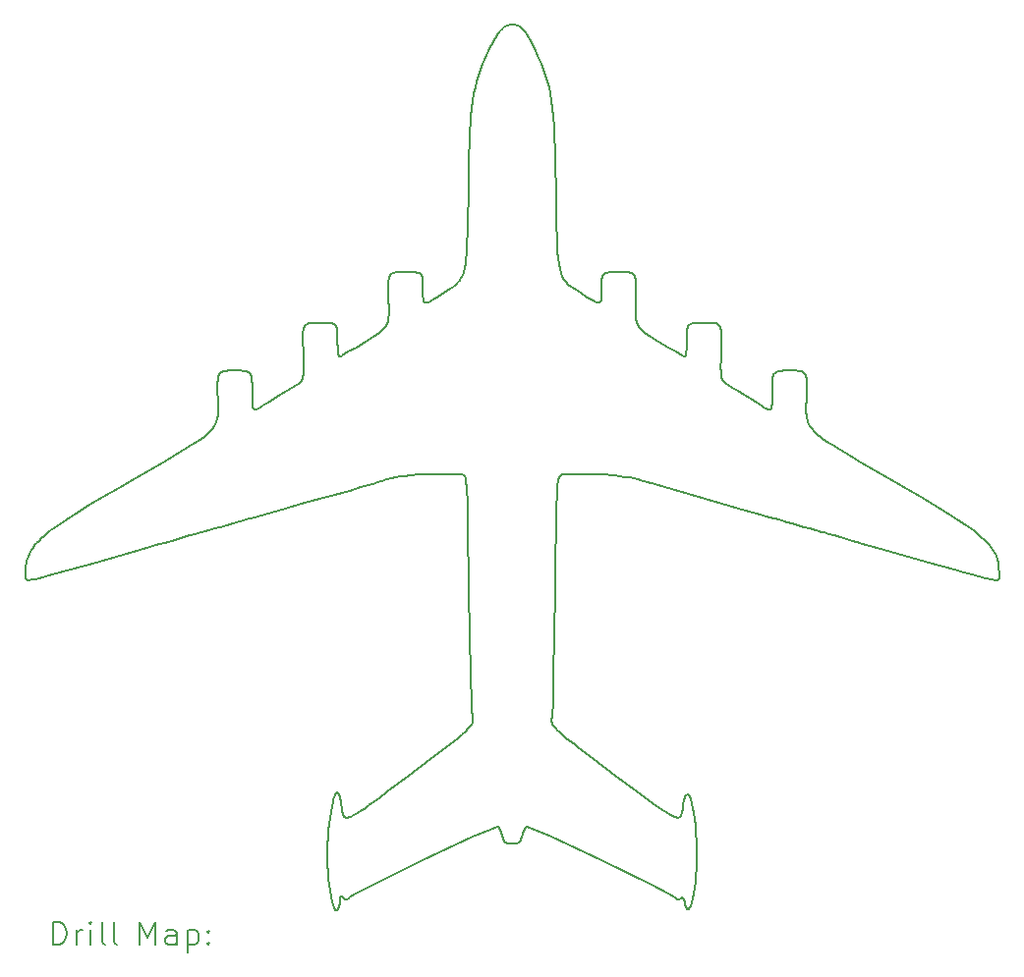
<source format=gbr>
%FSLAX45Y45*%
G04 Gerber Fmt 4.5, Leading zero omitted, Abs format (unit mm)*
G04 Created by KiCad (PCBNEW (6.99.0-2103-gdc6c27b686)) date 2022-07-02 21:52:15*
%MOMM*%
%LPD*%
G01*
G04 APERTURE LIST*
%TA.AperFunction,Profile*%
%ADD10C,0.150000*%
%TD*%
%ADD11C,0.200000*%
G04 APERTURE END LIST*
D10*
X12002557Y-4592215D02*
X12015200Y-4594929D01*
X12027853Y-4599452D01*
X12040521Y-4605784D01*
X12053208Y-4613925D01*
X12065918Y-4623876D01*
X12078658Y-4635636D01*
X12091431Y-4649204D01*
X12104242Y-4664583D01*
X12117097Y-4681770D01*
X12130000Y-4700767D01*
X12142956Y-4721572D01*
X12155969Y-4744187D01*
X12169044Y-4768612D01*
X12182187Y-4794845D01*
X12195402Y-4822888D01*
X12220220Y-4878251D01*
X12242343Y-4930613D01*
X12261947Y-4981224D01*
X12279206Y-5031330D01*
X12294296Y-5082182D01*
X12307391Y-5135028D01*
X12318668Y-5191116D01*
X12328300Y-5251695D01*
X12336464Y-5318015D01*
X12343334Y-5391322D01*
X12349085Y-5472867D01*
X12353892Y-5563898D01*
X12357931Y-5665663D01*
X12361377Y-5779411D01*
X12367189Y-6047852D01*
X12371941Y-6290027D01*
X12377615Y-6473359D01*
X12381478Y-6546046D01*
X12386388Y-6607728D01*
X12392617Y-6659639D01*
X12400437Y-6703014D01*
X12410119Y-6739088D01*
X12421937Y-6769096D01*
X12436161Y-6794273D01*
X12453064Y-6815854D01*
X12472919Y-6835074D01*
X12495997Y-6853168D01*
X12552910Y-6890917D01*
X12623832Y-6936176D01*
X12652230Y-6953891D01*
X12676378Y-6968275D01*
X12696620Y-6979286D01*
X12713299Y-6986883D01*
X12720410Y-6989388D01*
X12726759Y-6991024D01*
X12732388Y-6991785D01*
X12737342Y-6991667D01*
X12741663Y-6990664D01*
X12745394Y-6988770D01*
X12748578Y-6985982D01*
X12751258Y-6982294D01*
X12753476Y-6977700D01*
X12755276Y-6972195D01*
X12756701Y-6965774D01*
X12757794Y-6958432D01*
X12759153Y-6940964D01*
X12759699Y-6919749D01*
X12759724Y-6865913D01*
X12760019Y-6820403D01*
X12760722Y-6801991D01*
X12762090Y-6786204D01*
X12763093Y-6779232D01*
X12764346Y-6772840D01*
X12765876Y-6767004D01*
X12767711Y-6761698D01*
X12769878Y-6756897D01*
X12772407Y-6752576D01*
X12775323Y-6748709D01*
X12778656Y-6745272D01*
X12782432Y-6742238D01*
X12786680Y-6739583D01*
X12791427Y-6737282D01*
X12796700Y-6735308D01*
X12802529Y-6733638D01*
X12808940Y-6732245D01*
X12815961Y-6731105D01*
X12823619Y-6730192D01*
X12840961Y-6728946D01*
X12861188Y-6728307D01*
X12911180Y-6728037D01*
X12937839Y-6728095D01*
X12961158Y-6728501D01*
X12981348Y-6729601D01*
X12990335Y-6730520D01*
X12998619Y-6731743D01*
X13006226Y-6733314D01*
X13013182Y-6735276D01*
X13019514Y-6737671D01*
X13025247Y-6740545D01*
X13030409Y-6743940D01*
X13035025Y-6747899D01*
X13039122Y-6752466D01*
X13042726Y-6757685D01*
X13045863Y-6763599D01*
X13048559Y-6770251D01*
X13050842Y-6777684D01*
X13052737Y-6785943D01*
X13054270Y-6795070D01*
X13055469Y-6805110D01*
X13056358Y-6816105D01*
X13056965Y-6828098D01*
X13057435Y-6855256D01*
X13057091Y-6886930D01*
X13054800Y-6965219D01*
X13052614Y-7043751D01*
X13052518Y-7076004D01*
X13053472Y-7104289D01*
X13055765Y-7129135D01*
X13057503Y-7140434D01*
X13059685Y-7151073D01*
X13062345Y-7161117D01*
X13065521Y-7170633D01*
X13069248Y-7179687D01*
X13073562Y-7188346D01*
X13078499Y-7196675D01*
X13084096Y-7204740D01*
X13090388Y-7212609D01*
X13097412Y-7220348D01*
X13105204Y-7228021D01*
X13113800Y-7235697D01*
X13133547Y-7251320D01*
X13156942Y-7267746D01*
X13184275Y-7285504D01*
X13251906Y-7327142D01*
X13332989Y-7376182D01*
X13402259Y-7417491D01*
X13452364Y-7446727D01*
X13467933Y-7455459D01*
X13475954Y-7459544D01*
X13476933Y-7459739D01*
X13477900Y-7459539D01*
X13478854Y-7458955D01*
X13479792Y-7457995D01*
X13480714Y-7456668D01*
X13481619Y-7454984D01*
X13482506Y-7452952D01*
X13483372Y-7450581D01*
X13485042Y-7444859D01*
X13486617Y-7437891D01*
X13488089Y-7429752D01*
X13489447Y-7420515D01*
X13490683Y-7410253D01*
X13491785Y-7399041D01*
X13492745Y-7386951D01*
X13493552Y-7374058D01*
X13494197Y-7360435D01*
X13494670Y-7346156D01*
X13494960Y-7331294D01*
X13495060Y-7315923D01*
X13495356Y-7265989D01*
X13496061Y-7245786D01*
X13497433Y-7228464D01*
X13498439Y-7220815D01*
X13499695Y-7213802D01*
X13501230Y-7207398D01*
X13503070Y-7201577D01*
X13505245Y-7196309D01*
X13507780Y-7191568D01*
X13510706Y-7187325D01*
X13514048Y-7183553D01*
X13517835Y-7180225D01*
X13522096Y-7177311D01*
X13526857Y-7174786D01*
X13532146Y-7172621D01*
X13537992Y-7170788D01*
X13544422Y-7169260D01*
X13551464Y-7168009D01*
X13559145Y-7167007D01*
X13576539Y-7165640D01*
X13596825Y-7164939D01*
X13646967Y-7164643D01*
X13673704Y-7164704D01*
X13697091Y-7165132D01*
X13717338Y-7166291D01*
X13726349Y-7167260D01*
X13734654Y-7168550D01*
X13742279Y-7170206D01*
X13749250Y-7172274D01*
X13755594Y-7174799D01*
X13761336Y-7177829D01*
X13766503Y-7181407D01*
X13771121Y-7185581D01*
X13775217Y-7190396D01*
X13778816Y-7195898D01*
X13781945Y-7202132D01*
X13784630Y-7209144D01*
X13786898Y-7216981D01*
X13788774Y-7225687D01*
X13790285Y-7235309D01*
X13791457Y-7245893D01*
X13792317Y-7257483D01*
X13792890Y-7270127D01*
X13793282Y-7298757D01*
X13792844Y-7332148D01*
X13790316Y-7414679D01*
X13787694Y-7497330D01*
X13787032Y-7531006D01*
X13786988Y-7560189D01*
X13787703Y-7585337D01*
X13789315Y-7606905D01*
X13791963Y-7625349D01*
X13795787Y-7641126D01*
X13800927Y-7654690D01*
X13804033Y-7660786D01*
X13807521Y-7666500D01*
X13815709Y-7677010D01*
X13825631Y-7686677D01*
X13837425Y-7695956D01*
X13851230Y-7705305D01*
X13885435Y-7726033D01*
X13933851Y-7755049D01*
X13989034Y-7788725D01*
X14044189Y-7822884D01*
X14092520Y-7853348D01*
X14138808Y-7882672D01*
X14157449Y-7893852D01*
X14173373Y-7902498D01*
X14180383Y-7905821D01*
X14186794Y-7908451D01*
X14192632Y-7910368D01*
X14197926Y-7911552D01*
X14202700Y-7911983D01*
X14206982Y-7911641D01*
X14210799Y-7910506D01*
X14214177Y-7908558D01*
X14217144Y-7905778D01*
X14219725Y-7902146D01*
X14221948Y-7897640D01*
X14223840Y-7892243D01*
X14225426Y-7885933D01*
X14226734Y-7878691D01*
X14227791Y-7870497D01*
X14228623Y-7861330D01*
X14229719Y-7840002D01*
X14230238Y-7814546D01*
X14230396Y-7750614D01*
X14230693Y-7693727D01*
X14231400Y-7670712D01*
X14232775Y-7650978D01*
X14233783Y-7642263D01*
X14235043Y-7634273D01*
X14236581Y-7626978D01*
X14238425Y-7620346D01*
X14240604Y-7614345D01*
X14243146Y-7608944D01*
X14246078Y-7604110D01*
X14249428Y-7599813D01*
X14253224Y-7596021D01*
X14257494Y-7592702D01*
X14262266Y-7589825D01*
X14267568Y-7587358D01*
X14273427Y-7585270D01*
X14279872Y-7583529D01*
X14286930Y-7582104D01*
X14294629Y-7580963D01*
X14312063Y-7579406D01*
X14332396Y-7578607D01*
X14382653Y-7578270D01*
X14409451Y-7578333D01*
X14432890Y-7578776D01*
X14453177Y-7579978D01*
X14462204Y-7580982D01*
X14470521Y-7582318D01*
X14478155Y-7584033D01*
X14485131Y-7586175D01*
X14491476Y-7588792D01*
X14497215Y-7591931D01*
X14502374Y-7595638D01*
X14506981Y-7599963D01*
X14511060Y-7604951D01*
X14514638Y-7610651D01*
X14517741Y-7617110D01*
X14520395Y-7624375D01*
X14522626Y-7632494D01*
X14524460Y-7641514D01*
X14525923Y-7651483D01*
X14527041Y-7662447D01*
X14527841Y-7674456D01*
X14528347Y-7687555D01*
X14528587Y-7717216D01*
X14527970Y-7751811D01*
X14524994Y-7837316D01*
X14523423Y-7883015D01*
X14523118Y-7923618D01*
X14523762Y-7942315D01*
X14525111Y-7960104D01*
X14527292Y-7977108D01*
X14530435Y-7993449D01*
X14534670Y-8009249D01*
X14540124Y-8024629D01*
X14546928Y-8039713D01*
X14555210Y-8054622D01*
X14565101Y-8069478D01*
X14576727Y-8084404D01*
X14590220Y-8099521D01*
X14605708Y-8114952D01*
X14623319Y-8130819D01*
X14643184Y-8147243D01*
X14665432Y-8164347D01*
X14690191Y-8182253D01*
X14717590Y-8201084D01*
X14747759Y-8220960D01*
X14816924Y-8264340D01*
X14898717Y-8313370D01*
X14994171Y-8369026D01*
X15230196Y-8504125D01*
X15512552Y-8667003D01*
X15733862Y-8800222D01*
X15823879Y-8857648D01*
X15901340Y-8909984D01*
X15967145Y-8958006D01*
X16022196Y-9002488D01*
X16067394Y-9044207D01*
X16103641Y-9083937D01*
X16131839Y-9122453D01*
X16152889Y-9160531D01*
X16167691Y-9198944D01*
X16177148Y-9238470D01*
X16182162Y-9279882D01*
X16183632Y-9323956D01*
X16183790Y-9331913D01*
X16184167Y-9339393D01*
X16184998Y-9352828D01*
X16185161Y-9358739D01*
X16184962Y-9364083D01*
X16184257Y-9368836D01*
X16183668Y-9370984D01*
X16182899Y-9372976D01*
X16181930Y-9374810D01*
X16180743Y-9376482D01*
X16179321Y-9377989D01*
X16177645Y-9379330D01*
X16175697Y-9380500D01*
X16173459Y-9381497D01*
X16170913Y-9382319D01*
X16168040Y-9382963D01*
X16164823Y-9383425D01*
X16161243Y-9383703D01*
X16152922Y-9383696D01*
X16142932Y-9382919D01*
X16131128Y-9381350D01*
X16117365Y-9378967D01*
X16101498Y-9375746D01*
X16083380Y-9371665D01*
X16062868Y-9366703D01*
X16039816Y-9360835D01*
X16014078Y-9354041D01*
X15953966Y-9337582D01*
X15881369Y-9317146D01*
X15795126Y-9292552D01*
X15577056Y-9230176D01*
X15165010Y-9113247D01*
X14979106Y-9061653D01*
X14971358Y-9059803D01*
X14958805Y-9056470D01*
X14921911Y-9046107D01*
X14873666Y-9032066D01*
X14819314Y-9015850D01*
X14764878Y-8999622D01*
X14716405Y-8985547D01*
X14679172Y-8975134D01*
X14658459Y-8969891D01*
X14650619Y-8968045D01*
X14638217Y-8964785D01*
X14602267Y-8954745D01*
X14555692Y-8941222D01*
X14503573Y-8925668D01*
X14450078Y-8909731D01*
X14399752Y-8895167D01*
X14358251Y-8883586D01*
X14331230Y-8876599D01*
X14289382Y-8865316D01*
X14207512Y-8842040D01*
X14097440Y-8810168D01*
X13970987Y-8773096D01*
X13191497Y-8548135D01*
X13187761Y-8547523D01*
X13183673Y-8546705D01*
X13174499Y-8544527D01*
X13164091Y-8541744D01*
X13152567Y-8538502D01*
X13126640Y-8531224D01*
X13112471Y-8527477D01*
X13097655Y-8523853D01*
X13070689Y-8515650D01*
X13038298Y-8508047D01*
X13001220Y-8501062D01*
X12960193Y-8494713D01*
X12869244Y-8483991D01*
X12771352Y-8476021D01*
X12672421Y-8470943D01*
X12578354Y-8468897D01*
X12495054Y-8470023D01*
X12459285Y-8471819D01*
X12428422Y-8474461D01*
X12423375Y-8474491D01*
X12418641Y-8474703D01*
X12416387Y-8474935D01*
X12414208Y-8475280D01*
X12412100Y-8475761D01*
X12410063Y-8476402D01*
X12408095Y-8477225D01*
X12406194Y-8478252D01*
X12404359Y-8479507D01*
X12402589Y-8481012D01*
X12400881Y-8482790D01*
X12399235Y-8484864D01*
X12397648Y-8487256D01*
X12396120Y-8489990D01*
X12394648Y-8493087D01*
X12393232Y-8496571D01*
X12391868Y-8500465D01*
X12390557Y-8504791D01*
X12389297Y-8509572D01*
X12388085Y-8514830D01*
X12386921Y-8520589D01*
X12385802Y-8526871D01*
X12384728Y-8533699D01*
X12383697Y-8541096D01*
X12381756Y-8557686D01*
X12379967Y-8576824D01*
X12378319Y-8598692D01*
X12376798Y-8623472D01*
X12375392Y-8651345D01*
X12374089Y-8682494D01*
X12372877Y-8717101D01*
X12371743Y-8755347D01*
X12370675Y-8797414D01*
X12369661Y-8843486D01*
X12368687Y-8893743D01*
X12366814Y-9007541D01*
X12364957Y-9140265D01*
X12360896Y-9468314D01*
X12355070Y-9861582D01*
X12348058Y-10197672D01*
X12340744Y-10440909D01*
X12334008Y-10555614D01*
X12331520Y-10572165D01*
X12330656Y-10579854D01*
X12330178Y-10587278D01*
X12330187Y-10594529D01*
X12330781Y-10601703D01*
X12332061Y-10608892D01*
X12332989Y-10612522D01*
X12334125Y-10616192D01*
X12335483Y-10619912D01*
X12337075Y-10623695D01*
X12338912Y-10627552D01*
X12341009Y-10631496D01*
X12346027Y-10639688D01*
X12352228Y-10648366D01*
X12359714Y-10657623D01*
X12368582Y-10667554D01*
X12378933Y-10678252D01*
X12390867Y-10689811D01*
X12404483Y-10702325D01*
X12419880Y-10715888D01*
X12437159Y-10730594D01*
X12456420Y-10746537D01*
X12477761Y-10763811D01*
X12501282Y-10782509D01*
X12527084Y-10802726D01*
X12555266Y-10824555D01*
X12619167Y-10873427D01*
X12693784Y-10929876D01*
X12878354Y-11068509D01*
X13062993Y-11206687D01*
X13201995Y-11308823D01*
X13256505Y-11347400D01*
X13302153Y-11378197D01*
X13339788Y-11401624D01*
X13370260Y-11418091D01*
X13394418Y-11428008D01*
X13404395Y-11430638D01*
X13413111Y-11431785D01*
X13420673Y-11431499D01*
X13427188Y-11429832D01*
X13432760Y-11426835D01*
X13437498Y-11422559D01*
X13441506Y-11417056D01*
X13444890Y-11410377D01*
X13450214Y-11393696D01*
X13458054Y-11348475D01*
X13461454Y-11326898D01*
X13464992Y-11307563D01*
X13468658Y-11290441D01*
X13472440Y-11275508D01*
X13476326Y-11262737D01*
X13480307Y-11252101D01*
X13484371Y-11243575D01*
X13488507Y-11237133D01*
X13492704Y-11232748D01*
X13496950Y-11230394D01*
X13499089Y-11229971D01*
X13501236Y-11230045D01*
X13505549Y-11231675D01*
X13509879Y-11235257D01*
X13514215Y-11240766D01*
X13518546Y-11248174D01*
X13522860Y-11257457D01*
X13527147Y-11268587D01*
X13531396Y-11281539D01*
X13535595Y-11296287D01*
X13539734Y-11312803D01*
X13547786Y-11351039D01*
X13555464Y-11396038D01*
X13562679Y-11447589D01*
X13569344Y-11505484D01*
X13575370Y-11569514D01*
X13580668Y-11639467D01*
X13583192Y-11695332D01*
X13583586Y-11753494D01*
X13582056Y-11812829D01*
X13578809Y-11872210D01*
X13574054Y-11930510D01*
X13567997Y-11986604D01*
X13560845Y-12039366D01*
X13552807Y-12087668D01*
X13544089Y-12130386D01*
X13534898Y-12166392D01*
X13525443Y-12194561D01*
X13515930Y-12213766D01*
X13511216Y-12219656D01*
X13506566Y-12222882D01*
X13502005Y-12223304D01*
X13497559Y-12220782D01*
X13493255Y-12215174D01*
X13489117Y-12206339D01*
X13481446Y-12178429D01*
X13479413Y-12169074D01*
X13477338Y-12160547D01*
X13475218Y-12152846D01*
X13473049Y-12145966D01*
X13470830Y-12139903D01*
X13468556Y-12134652D01*
X13466224Y-12130210D01*
X13463833Y-12126572D01*
X13462613Y-12125053D01*
X13461377Y-12123734D01*
X13460125Y-12122614D01*
X13458855Y-12121692D01*
X13457568Y-12120969D01*
X13456263Y-12120442D01*
X13454940Y-12120113D01*
X13453598Y-12119980D01*
X13452237Y-12120043D01*
X13450857Y-12120302D01*
X13449457Y-12120755D01*
X13448037Y-12121403D01*
X13446596Y-12122244D01*
X13445134Y-12123279D01*
X13442146Y-12125926D01*
X13440633Y-12127388D01*
X13439124Y-12128741D01*
X13437619Y-12129986D01*
X13436118Y-12131123D01*
X13434620Y-12132151D01*
X13433125Y-12133070D01*
X13431632Y-12133881D01*
X13430140Y-12134583D01*
X13428650Y-12135176D01*
X13427160Y-12135660D01*
X13425671Y-12136036D01*
X13424181Y-12136302D01*
X13422691Y-12136460D01*
X13421200Y-12136508D01*
X13419707Y-12136447D01*
X13418211Y-12136276D01*
X13416713Y-12135997D01*
X13415212Y-12135607D01*
X13413708Y-12135109D01*
X13412199Y-12134500D01*
X13410686Y-12133782D01*
X13409167Y-12132954D01*
X13407644Y-12132017D01*
X13406114Y-12130970D01*
X13404578Y-12129812D01*
X13403034Y-12128545D01*
X13401484Y-12127167D01*
X13399925Y-12125680D01*
X13398358Y-12124082D01*
X13396783Y-12122373D01*
X13395198Y-12120555D01*
X13393603Y-12118626D01*
X13333639Y-12084254D01*
X13189434Y-12011237D01*
X12759777Y-11802565D01*
X12327578Y-11599197D01*
X12180197Y-11532811D01*
X12115786Y-11507722D01*
X12114948Y-11507819D01*
X12114064Y-11508109D01*
X12113139Y-11508586D01*
X12112173Y-11509246D01*
X12111169Y-11510084D01*
X12110131Y-11511094D01*
X12109059Y-11512273D01*
X12107957Y-11513615D01*
X12106826Y-11515115D01*
X12105670Y-11516770D01*
X12103291Y-11520521D01*
X12100837Y-11524831D01*
X12098327Y-11529660D01*
X12095782Y-11534970D01*
X12093219Y-11540724D01*
X12090659Y-11546882D01*
X12088120Y-11553407D01*
X12085621Y-11560260D01*
X12083181Y-11567403D01*
X12080820Y-11574797D01*
X12078556Y-11582405D01*
X12075230Y-11593519D01*
X12071914Y-11603517D01*
X12068544Y-11612452D01*
X12065054Y-11620380D01*
X12063243Y-11623984D01*
X12061377Y-11627357D01*
X12059449Y-11630505D01*
X12057450Y-11633437D01*
X12055371Y-11636158D01*
X12053205Y-11638676D01*
X12050943Y-11640997D01*
X12048577Y-11643129D01*
X12046099Y-11645078D01*
X12043501Y-11646852D01*
X12040775Y-11648456D01*
X12037912Y-11649899D01*
X12034904Y-11651186D01*
X12031744Y-11652325D01*
X12028422Y-11653323D01*
X12024931Y-11654187D01*
X12021262Y-11654923D01*
X12017407Y-11655539D01*
X12009108Y-11656436D01*
X11999967Y-11656934D01*
X11989919Y-11657087D01*
X11979872Y-11656934D01*
X11970731Y-11656436D01*
X11962432Y-11655539D01*
X11958577Y-11654923D01*
X11954908Y-11654187D01*
X11951417Y-11653323D01*
X11948095Y-11652325D01*
X11944934Y-11651186D01*
X11941926Y-11649899D01*
X11939063Y-11648456D01*
X11936337Y-11646852D01*
X11933739Y-11645078D01*
X11931261Y-11643129D01*
X11928896Y-11640997D01*
X11926634Y-11638676D01*
X11924468Y-11636158D01*
X11922389Y-11633437D01*
X11920390Y-11630505D01*
X11918461Y-11627357D01*
X11916596Y-11623984D01*
X11914785Y-11620380D01*
X11911294Y-11612452D01*
X11907924Y-11603517D01*
X11904609Y-11593519D01*
X11901283Y-11582405D01*
X11899019Y-11574797D01*
X11896658Y-11567403D01*
X11894218Y-11560260D01*
X11891719Y-11553407D01*
X11889180Y-11546882D01*
X11886619Y-11540724D01*
X11884057Y-11534970D01*
X11881511Y-11529660D01*
X11879002Y-11524831D01*
X11876548Y-11520521D01*
X11874168Y-11516770D01*
X11871882Y-11513615D01*
X11869708Y-11511094D01*
X11867666Y-11509246D01*
X11865774Y-11508109D01*
X11864891Y-11507819D01*
X11864052Y-11507722D01*
X11799641Y-11532811D01*
X11652260Y-11599197D01*
X11220062Y-11802565D01*
X10790405Y-12011237D01*
X10646200Y-12084254D01*
X10586236Y-12118626D01*
X10582752Y-12122774D01*
X10581062Y-12124651D01*
X10579403Y-12126396D01*
X10577771Y-12128010D01*
X10576165Y-12129493D01*
X10574582Y-12130845D01*
X10573019Y-12132067D01*
X10571473Y-12133158D01*
X10569942Y-12134119D01*
X10568422Y-12134950D01*
X10566912Y-12135651D01*
X10565409Y-12136223D01*
X10563910Y-12136666D01*
X10562412Y-12136979D01*
X10560912Y-12137164D01*
X10559408Y-12137220D01*
X10557898Y-12137147D01*
X10556378Y-12136946D01*
X10554846Y-12136618D01*
X10553299Y-12136161D01*
X10551734Y-12135577D01*
X10550149Y-12134866D01*
X10548542Y-12134027D01*
X10546908Y-12133061D01*
X10545247Y-12131969D01*
X10543554Y-12130750D01*
X10541828Y-12129405D01*
X10540065Y-12127934D01*
X10538264Y-12126337D01*
X10534533Y-12122767D01*
X10530872Y-12119236D01*
X10529161Y-12117690D01*
X10527527Y-12116291D01*
X10525968Y-12115041D01*
X10524484Y-12113940D01*
X10523073Y-12112989D01*
X10521734Y-12112189D01*
X10520464Y-12111542D01*
X10519264Y-12111048D01*
X10518131Y-12110708D01*
X10517064Y-12110522D01*
X10516061Y-12110493D01*
X10515122Y-12110621D01*
X10514244Y-12110906D01*
X10513427Y-12111350D01*
X10512668Y-12111953D01*
X10511967Y-12112718D01*
X10511323Y-12113643D01*
X10510733Y-12114731D01*
X10510196Y-12115983D01*
X10509711Y-12117399D01*
X10509276Y-12118980D01*
X10508891Y-12120727D01*
X10508553Y-12122641D01*
X10508262Y-12124724D01*
X10508015Y-12126975D01*
X10507812Y-12129397D01*
X10507530Y-12134753D01*
X10507406Y-12140801D01*
X10506884Y-12154055D01*
X10505588Y-12166566D01*
X10503604Y-12178230D01*
X10501016Y-12188945D01*
X10497909Y-12198607D01*
X10494369Y-12207113D01*
X10490481Y-12214360D01*
X10488432Y-12217479D01*
X10486328Y-12220244D01*
X10484180Y-12222643D01*
X10481997Y-12224663D01*
X10479791Y-12226290D01*
X10477573Y-12227512D01*
X10475352Y-12228317D01*
X10473139Y-12228690D01*
X10470946Y-12228619D01*
X10468782Y-12228092D01*
X10466659Y-12227095D01*
X10464587Y-12225615D01*
X10462576Y-12223640D01*
X10460638Y-12221157D01*
X10458782Y-12218152D01*
X10457020Y-12214613D01*
X10455362Y-12210527D01*
X10453818Y-12205881D01*
X10453818Y-12205882D01*
X10441896Y-12162003D01*
X10431402Y-12114686D01*
X10422344Y-12064357D01*
X10414728Y-12011440D01*
X10408564Y-11956362D01*
X10403857Y-11899548D01*
X10400615Y-11841425D01*
X10398846Y-11782418D01*
X10398557Y-11722953D01*
X10399756Y-11663455D01*
X10402450Y-11604351D01*
X10406646Y-11546066D01*
X10412351Y-11489026D01*
X10419574Y-11433657D01*
X10428321Y-11380384D01*
X10438600Y-11329633D01*
X10445071Y-11302000D01*
X10451271Y-11278185D01*
X10457223Y-11258194D01*
X10462949Y-11242031D01*
X10465733Y-11235387D01*
X10468468Y-11229702D01*
X10471157Y-11224976D01*
X10473804Y-11221210D01*
X10476409Y-11218406D01*
X10478977Y-11216562D01*
X10481509Y-11215681D01*
X10484009Y-11215762D01*
X10486479Y-11216807D01*
X10488922Y-11218815D01*
X10491341Y-11221788D01*
X10493737Y-11225725D01*
X10496115Y-11230629D01*
X10498477Y-11236499D01*
X10503161Y-11251139D01*
X10507813Y-11269652D01*
X10512453Y-11292043D01*
X10517103Y-11318315D01*
X10521785Y-11348475D01*
X10525520Y-11372925D01*
X10527473Y-11383796D01*
X10529625Y-11393696D01*
X10532081Y-11402574D01*
X10534949Y-11410378D01*
X10538333Y-11417057D01*
X10540253Y-11419959D01*
X10542341Y-11422560D01*
X10544612Y-11424854D01*
X10547078Y-11426836D01*
X10549754Y-11428497D01*
X10552651Y-11429832D01*
X10555784Y-11430835D01*
X10559166Y-11431500D01*
X10562809Y-11431818D01*
X10566728Y-11431785D01*
X10570935Y-11431394D01*
X10575444Y-11430639D01*
X10580268Y-11429512D01*
X10585421Y-11428009D01*
X10596763Y-11423843D01*
X10609578Y-11418092D01*
X10623972Y-11410703D01*
X10640051Y-11401625D01*
X10657920Y-11390807D01*
X10677686Y-11378198D01*
X10699455Y-11363747D01*
X10723334Y-11347401D01*
X10749428Y-11329111D01*
X10777844Y-11308824D01*
X10842065Y-11262056D01*
X10916846Y-11206688D01*
X11101485Y-11068510D01*
X11286055Y-10929876D01*
X11424573Y-10824556D01*
X11523419Y-10746537D01*
X11559959Y-10715888D01*
X11588972Y-10689811D01*
X11611257Y-10667554D01*
X11627610Y-10648366D01*
X11638830Y-10631496D01*
X11645713Y-10616192D01*
X11649058Y-10601703D01*
X11649660Y-10587278D01*
X11645830Y-10555614D01*
X11642590Y-10516557D01*
X11639095Y-10440909D01*
X11631781Y-10197672D01*
X11624769Y-9861582D01*
X11618942Y-9468314D01*
X11611181Y-8893743D01*
X11607062Y-8717101D01*
X11601760Y-8598693D01*
X11594504Y-8526871D01*
X11589903Y-8504791D01*
X11584527Y-8489990D01*
X11578277Y-8481013D01*
X11571059Y-8476402D01*
X11553331Y-8474461D01*
X11467052Y-8471922D01*
X11377199Y-8470757D01*
X11285899Y-8471523D01*
X11195282Y-8474779D01*
X11107473Y-8481082D01*
X11065287Y-8485550D01*
X11024602Y-8490990D01*
X10985683Y-8497470D01*
X10948796Y-8505061D01*
X10914208Y-8513832D01*
X10882184Y-8523853D01*
X10868582Y-8529185D01*
X10854534Y-8534352D01*
X10840442Y-8539226D01*
X10826713Y-8543682D01*
X10813750Y-8547593D01*
X10801958Y-8550830D01*
X10791743Y-8553268D01*
X10783508Y-8554780D01*
X10685818Y-8584960D01*
X10588564Y-8613396D01*
X10394984Y-8666873D01*
X10202001Y-8718883D01*
X10008851Y-8773097D01*
X9772326Y-8842040D01*
X9690456Y-8865316D01*
X9648609Y-8876599D01*
X9637262Y-8879418D01*
X9621588Y-8883587D01*
X9580087Y-8895167D01*
X9529760Y-8909731D01*
X9476265Y-8925668D01*
X9424146Y-8941222D01*
X9377571Y-8954745D01*
X9341621Y-8964785D01*
X9321378Y-8969891D01*
X9313416Y-8971772D01*
X9300665Y-8975134D01*
X9263433Y-8985547D01*
X9214959Y-8999622D01*
X9160523Y-9015850D01*
X9106171Y-9032066D01*
X9057926Y-9046107D01*
X9021032Y-9056470D01*
X9000731Y-9061653D01*
X8945857Y-9076519D01*
X8814827Y-9113248D01*
X8402780Y-9230176D01*
X8025871Y-9337582D01*
X7916969Y-9366703D01*
X7878339Y-9375746D01*
X7848708Y-9381350D01*
X7826915Y-9383696D01*
X7811796Y-9382963D01*
X7802191Y-9379330D01*
X7796938Y-9372976D01*
X7794874Y-9364083D01*
X7794839Y-9352828D01*
X7796204Y-9323956D01*
X7796553Y-9301538D01*
X7797675Y-9279882D01*
X7799683Y-9258892D01*
X7802689Y-9238470D01*
X7806805Y-9218520D01*
X7812146Y-9198944D01*
X7818823Y-9179647D01*
X7826948Y-9160531D01*
X7836636Y-9141498D01*
X7847998Y-9122453D01*
X7861147Y-9103298D01*
X7876196Y-9083937D01*
X7893257Y-9064272D01*
X7912443Y-9044207D01*
X7933867Y-9023645D01*
X7957641Y-9002488D01*
X7983879Y-8980641D01*
X8012692Y-8958006D01*
X8044194Y-8934486D01*
X8078497Y-8909984D01*
X8115714Y-8884404D01*
X8155958Y-8857648D01*
X8245975Y-8800222D01*
X8349450Y-8736933D01*
X8467286Y-8667003D01*
X8600382Y-8589659D01*
X8749641Y-8504125D01*
X8985666Y-8369026D01*
X9162913Y-8264340D01*
X9232078Y-8220960D01*
X9289646Y-8182253D01*
X9336653Y-8147243D01*
X9374129Y-8114952D01*
X9403110Y-8084404D01*
X9424627Y-8054622D01*
X9439713Y-8024629D01*
X9449402Y-7993449D01*
X9454726Y-7960104D01*
X9456719Y-7923618D01*
X9454843Y-7837316D01*
X9451867Y-7751811D01*
X9451250Y-7717216D01*
X9451490Y-7687555D01*
X9452796Y-7662447D01*
X9455377Y-7641514D01*
X9457211Y-7632494D01*
X9459442Y-7624375D01*
X9462096Y-7617110D01*
X9465199Y-7610651D01*
X9468777Y-7604951D01*
X9472856Y-7599963D01*
X9477463Y-7595638D01*
X9482622Y-7591931D01*
X9488361Y-7588792D01*
X9494706Y-7586175D01*
X9501682Y-7584033D01*
X9509316Y-7582318D01*
X9526660Y-7579978D01*
X9546947Y-7578776D01*
X9597184Y-7578270D01*
X9647441Y-7578607D01*
X9667774Y-7579406D01*
X9685208Y-7580963D01*
X9692907Y-7582104D01*
X9699965Y-7583529D01*
X9706410Y-7585270D01*
X9712269Y-7587358D01*
X9717571Y-7589825D01*
X9722343Y-7592702D01*
X9726613Y-7596021D01*
X9730409Y-7599813D01*
X9733759Y-7604110D01*
X9736691Y-7608944D01*
X9739233Y-7614345D01*
X9741412Y-7620346D01*
X9743256Y-7626978D01*
X9744794Y-7634273D01*
X9746054Y-7642263D01*
X9747062Y-7650978D01*
X9748437Y-7670712D01*
X9749144Y-7693727D01*
X9749441Y-7750614D01*
X9749599Y-7814546D01*
X9750118Y-7840002D01*
X9751214Y-7861330D01*
X9753103Y-7878691D01*
X9754411Y-7885933D01*
X9755997Y-7892243D01*
X9757889Y-7897640D01*
X9760112Y-7902146D01*
X9762693Y-7905778D01*
X9765659Y-7908558D01*
X9769038Y-7910506D01*
X9772855Y-7911641D01*
X9777137Y-7911983D01*
X9781911Y-7911552D01*
X9787204Y-7910368D01*
X9793043Y-7908451D01*
X9799454Y-7905821D01*
X9806464Y-7902498D01*
X9822388Y-7893852D01*
X9841029Y-7882672D01*
X9887316Y-7853348D01*
X9935648Y-7822884D01*
X9990803Y-7788725D01*
X10045985Y-7755049D01*
X10094401Y-7726033D01*
X10112649Y-7715178D01*
X10128606Y-7705305D01*
X10135769Y-7700593D01*
X10142412Y-7695956D01*
X10148552Y-7691336D01*
X10154206Y-7686677D01*
X10159392Y-7681920D01*
X10164127Y-7677010D01*
X10168430Y-7671889D01*
X10172316Y-7666500D01*
X10175803Y-7660786D01*
X10178910Y-7654690D01*
X10181653Y-7648156D01*
X10184049Y-7641126D01*
X10186117Y-7633542D01*
X10187874Y-7625349D01*
X10189336Y-7616489D01*
X10190522Y-7606905D01*
X10191449Y-7596540D01*
X10192134Y-7585337D01*
X10192595Y-7573239D01*
X10192848Y-7560189D01*
X10192805Y-7531006D01*
X10192143Y-7497330D01*
X10189521Y-7414679D01*
X10186993Y-7332148D01*
X10186554Y-7298757D01*
X10186947Y-7270127D01*
X10188379Y-7245893D01*
X10191063Y-7225687D01*
X10192939Y-7216981D01*
X10195206Y-7209144D01*
X10197892Y-7202132D01*
X10201021Y-7195898D01*
X10204620Y-7190396D01*
X10208715Y-7185581D01*
X10213334Y-7181408D01*
X10218501Y-7177829D01*
X10224243Y-7174800D01*
X10230586Y-7172274D01*
X10237557Y-7170206D01*
X10245182Y-7168550D01*
X10262499Y-7166292D01*
X10282745Y-7165132D01*
X10332870Y-7164643D01*
X10383011Y-7164939D01*
X10403298Y-7165641D01*
X10420691Y-7167007D01*
X10428373Y-7168009D01*
X10435415Y-7169260D01*
X10441844Y-7170788D01*
X10447690Y-7172621D01*
X10452980Y-7174786D01*
X10457741Y-7177312D01*
X10462001Y-7180225D01*
X10465789Y-7183553D01*
X10469131Y-7187325D01*
X10472056Y-7191568D01*
X10474592Y-7196309D01*
X10476766Y-7201577D01*
X10478607Y-7207399D01*
X10480141Y-7213802D01*
X10481397Y-7220815D01*
X10482403Y-7228465D01*
X10483776Y-7245786D01*
X10484480Y-7265989D01*
X10484777Y-7315923D01*
X10485167Y-7346156D01*
X10486284Y-7374058D01*
X10488051Y-7399041D01*
X10490389Y-7420515D01*
X10493220Y-7437891D01*
X10494795Y-7444859D01*
X10496464Y-7450581D01*
X10498217Y-7454984D01*
X10500045Y-7457995D01*
X10500983Y-7458955D01*
X10501936Y-7459539D01*
X10502903Y-7459739D01*
X10503883Y-7459544D01*
X10511903Y-7455459D01*
X10527472Y-7446727D01*
X10577578Y-7417491D01*
X10646848Y-7376182D01*
X10727930Y-7327142D01*
X10795562Y-7285505D01*
X10822895Y-7267746D01*
X10846290Y-7251320D01*
X10856602Y-7243442D01*
X10866037Y-7235698D01*
X10874633Y-7228022D01*
X10882425Y-7220348D01*
X10889449Y-7212609D01*
X10895741Y-7204741D01*
X10901338Y-7196675D01*
X10906275Y-7188346D01*
X10910589Y-7179688D01*
X10914316Y-7170633D01*
X10917492Y-7161118D01*
X10920152Y-7151073D01*
X10922333Y-7140435D01*
X10924072Y-7129135D01*
X10925404Y-7117109D01*
X10926364Y-7104289D01*
X10927318Y-7076004D01*
X10927223Y-7043751D01*
X10925036Y-6965219D01*
X10922745Y-6886930D01*
X10922401Y-6855256D01*
X10922872Y-6828098D01*
X10924368Y-6805110D01*
X10927100Y-6785943D01*
X10928995Y-6777684D01*
X10931277Y-6770251D01*
X10933974Y-6763599D01*
X10937111Y-6757685D01*
X10940715Y-6752466D01*
X10944812Y-6747899D01*
X10949428Y-6743940D01*
X10954590Y-6740545D01*
X10960323Y-6737671D01*
X10966655Y-6735276D01*
X10973611Y-6733314D01*
X10981218Y-6731743D01*
X10998489Y-6729601D01*
X11018679Y-6728501D01*
X11068657Y-6728037D01*
X11118649Y-6728307D01*
X11138875Y-6728946D01*
X11156218Y-6730192D01*
X11163876Y-6731105D01*
X11170897Y-6732245D01*
X11177308Y-6733638D01*
X11183137Y-6735308D01*
X11188410Y-6737282D01*
X11193157Y-6739583D01*
X11197405Y-6742238D01*
X11201181Y-6745272D01*
X11204514Y-6748709D01*
X11207430Y-6752576D01*
X11209959Y-6756897D01*
X11212126Y-6761698D01*
X11213961Y-6767004D01*
X11215491Y-6772840D01*
X11216744Y-6779232D01*
X11217747Y-6786204D01*
X11219115Y-6801991D01*
X11219817Y-6820403D01*
X11220113Y-6865913D01*
X11220138Y-6919749D01*
X11220683Y-6940964D01*
X11222043Y-6958432D01*
X11223136Y-6965774D01*
X11224561Y-6972195D01*
X11226361Y-6977700D01*
X11228579Y-6982294D01*
X11231259Y-6985982D01*
X11234443Y-6988771D01*
X11238173Y-6990664D01*
X11242494Y-6991667D01*
X11247448Y-6991785D01*
X11253078Y-6991024D01*
X11259427Y-6989388D01*
X11266538Y-6986883D01*
X11274453Y-6983514D01*
X11283216Y-6979286D01*
X11303458Y-6968275D01*
X11327606Y-6953891D01*
X11356005Y-6936176D01*
X11426927Y-6890917D01*
X11457267Y-6871371D01*
X11471007Y-6862179D01*
X11483840Y-6853168D01*
X11495799Y-6844185D01*
X11506918Y-6835074D01*
X11517231Y-6825682D01*
X11526772Y-6815854D01*
X11535576Y-6805436D01*
X11543676Y-6794273D01*
X11551106Y-6782211D01*
X11557900Y-6769096D01*
X11564093Y-6754773D01*
X11569718Y-6739088D01*
X11574809Y-6721886D01*
X11579400Y-6703014D01*
X11583526Y-6682316D01*
X11587220Y-6659639D01*
X11590516Y-6634828D01*
X11593448Y-6607728D01*
X11596051Y-6578186D01*
X11598358Y-6546046D01*
X11600404Y-6511156D01*
X11602221Y-6473359D01*
X11605310Y-6388431D01*
X11607896Y-6290027D01*
X11612648Y-6047852D01*
X11618460Y-5779411D01*
X11625944Y-5563898D01*
X11636503Y-5391322D01*
X11643373Y-5318015D01*
X11651536Y-5251695D01*
X11661169Y-5191116D01*
X11672445Y-5135028D01*
X11685541Y-5082182D01*
X11700631Y-5031330D01*
X11717890Y-4981224D01*
X11737494Y-4930613D01*
X11784435Y-4822888D01*
X11797650Y-4794845D01*
X11810792Y-4768612D01*
X11823868Y-4744187D01*
X11836881Y-4721572D01*
X11849837Y-4700767D01*
X11862740Y-4681770D01*
X11875594Y-4664583D01*
X11888406Y-4649204D01*
X11901179Y-4635636D01*
X11913918Y-4623876D01*
X11926629Y-4613925D01*
X11939316Y-4605784D01*
X11951983Y-4599452D01*
X11964636Y-4594929D01*
X11977280Y-4592215D01*
X11989918Y-4591310D01*
X12002557Y-4592215D01*
D11*
X8034958Y-12529666D02*
X8034958Y-12329666D01*
X8034958Y-12329666D02*
X8082577Y-12329666D01*
X8082577Y-12329666D02*
X8111148Y-12339190D01*
X8111148Y-12339190D02*
X8130196Y-12358237D01*
X8130196Y-12358237D02*
X8139720Y-12377285D01*
X8139720Y-12377285D02*
X8149243Y-12415380D01*
X8149243Y-12415380D02*
X8149243Y-12443952D01*
X8149243Y-12443952D02*
X8139720Y-12482047D01*
X8139720Y-12482047D02*
X8130196Y-12501095D01*
X8130196Y-12501095D02*
X8111148Y-12520142D01*
X8111148Y-12520142D02*
X8082577Y-12529666D01*
X8082577Y-12529666D02*
X8034958Y-12529666D01*
X8234958Y-12529666D02*
X8234958Y-12396333D01*
X8234958Y-12434428D02*
X8244482Y-12415380D01*
X8244482Y-12415380D02*
X8254005Y-12405856D01*
X8254005Y-12405856D02*
X8273053Y-12396333D01*
X8273053Y-12396333D02*
X8292101Y-12396333D01*
X8358767Y-12529666D02*
X8358767Y-12396333D01*
X8358767Y-12329666D02*
X8349243Y-12339190D01*
X8349243Y-12339190D02*
X8358767Y-12348714D01*
X8358767Y-12348714D02*
X8368291Y-12339190D01*
X8368291Y-12339190D02*
X8358767Y-12329666D01*
X8358767Y-12329666D02*
X8358767Y-12348714D01*
X8482577Y-12529666D02*
X8463529Y-12520142D01*
X8463529Y-12520142D02*
X8454005Y-12501095D01*
X8454005Y-12501095D02*
X8454005Y-12329666D01*
X8587339Y-12529666D02*
X8568291Y-12520142D01*
X8568291Y-12520142D02*
X8558767Y-12501095D01*
X8558767Y-12501095D02*
X8558767Y-12329666D01*
X8783529Y-12529666D02*
X8783529Y-12329666D01*
X8783529Y-12329666D02*
X8850196Y-12472523D01*
X8850196Y-12472523D02*
X8916863Y-12329666D01*
X8916863Y-12329666D02*
X8916863Y-12529666D01*
X9097815Y-12529666D02*
X9097815Y-12424904D01*
X9097815Y-12424904D02*
X9088291Y-12405856D01*
X9088291Y-12405856D02*
X9069244Y-12396333D01*
X9069244Y-12396333D02*
X9031148Y-12396333D01*
X9031148Y-12396333D02*
X9012101Y-12405856D01*
X9097815Y-12520142D02*
X9078767Y-12529666D01*
X9078767Y-12529666D02*
X9031148Y-12529666D01*
X9031148Y-12529666D02*
X9012101Y-12520142D01*
X9012101Y-12520142D02*
X9002577Y-12501095D01*
X9002577Y-12501095D02*
X9002577Y-12482047D01*
X9002577Y-12482047D02*
X9012101Y-12462999D01*
X9012101Y-12462999D02*
X9031148Y-12453476D01*
X9031148Y-12453476D02*
X9078767Y-12453476D01*
X9078767Y-12453476D02*
X9097815Y-12443952D01*
X9193053Y-12396333D02*
X9193053Y-12596333D01*
X9193053Y-12405856D02*
X9212101Y-12396333D01*
X9212101Y-12396333D02*
X9250196Y-12396333D01*
X9250196Y-12396333D02*
X9269244Y-12405856D01*
X9269244Y-12405856D02*
X9278767Y-12415380D01*
X9278767Y-12415380D02*
X9288291Y-12434428D01*
X9288291Y-12434428D02*
X9288291Y-12491571D01*
X9288291Y-12491571D02*
X9278767Y-12510618D01*
X9278767Y-12510618D02*
X9269244Y-12520142D01*
X9269244Y-12520142D02*
X9250196Y-12529666D01*
X9250196Y-12529666D02*
X9212101Y-12529666D01*
X9212101Y-12529666D02*
X9193053Y-12520142D01*
X9374005Y-12510618D02*
X9383529Y-12520142D01*
X9383529Y-12520142D02*
X9374005Y-12529666D01*
X9374005Y-12529666D02*
X9364482Y-12520142D01*
X9364482Y-12520142D02*
X9374005Y-12510618D01*
X9374005Y-12510618D02*
X9374005Y-12529666D01*
X9374005Y-12405856D02*
X9383529Y-12415380D01*
X9383529Y-12415380D02*
X9374005Y-12424904D01*
X9374005Y-12424904D02*
X9364482Y-12415380D01*
X9364482Y-12415380D02*
X9374005Y-12405856D01*
X9374005Y-12405856D02*
X9374005Y-12424904D01*
M02*

</source>
